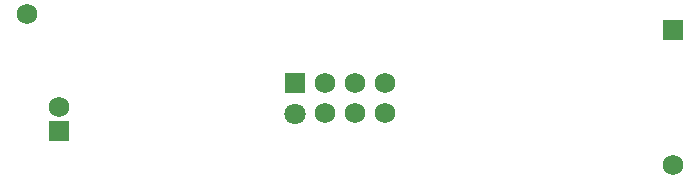
<source format=gbr>
%TF.GenerationSoftware,KiCad,Pcbnew,8.0.2*%
%TF.CreationDate,2024-05-13T09:46:36+08:00*%
%TF.ProjectId,Photon_Power_Zero_PCB_r1_01,50686f74-6f6e-45f5-906f-7765725f5a65,rev?*%
%TF.SameCoordinates,Original*%
%TF.FileFunction,Paste,Bot*%
%TF.FilePolarity,Positive*%
%FSLAX46Y46*%
G04 Gerber Fmt 4.6, Leading zero omitted, Abs format (unit mm)*
G04 Created by KiCad (PCBNEW 8.0.2) date 2024-05-13 09:46:36*
%MOMM*%
%LPD*%
G01*
G04 APERTURE LIST*
%ADD10C,1.750000*%
%ADD11R,1.800000X1.800000*%
%ADD12C,1.800000*%
G04 APERTURE END LIST*
D10*
%TO.C,*%
X166890000Y-90560000D03*
%TD*%
%TO.C,*%
X164350000Y-93100000D03*
%TD*%
%TO.C,*%
X166890000Y-93100000D03*
%TD*%
%TO.C,*%
X139300000Y-92530000D03*
%TD*%
%TO.C,*%
X161810000Y-93100000D03*
%TD*%
%TO.C,*%
X164350000Y-90560000D03*
%TD*%
%TO.C,*%
X161810000Y-90560000D03*
%TD*%
%TO.C,*%
X136550000Y-84685000D03*
%TD*%
D11*
%TO.C,*%
X139290000Y-94630000D03*
%TD*%
D10*
%TO.C,*%
X191260000Y-97500000D03*
%TD*%
D11*
%TO.C,REF\u002A\u002A*%
X191210000Y-86070000D03*
%TD*%
%TO.C,REF\u002A\u002A*%
X159270000Y-90560000D03*
%TD*%
D12*
%TO.C,REF\u002A\u002A*%
X159280000Y-93110000D03*
%TD*%
M02*

</source>
